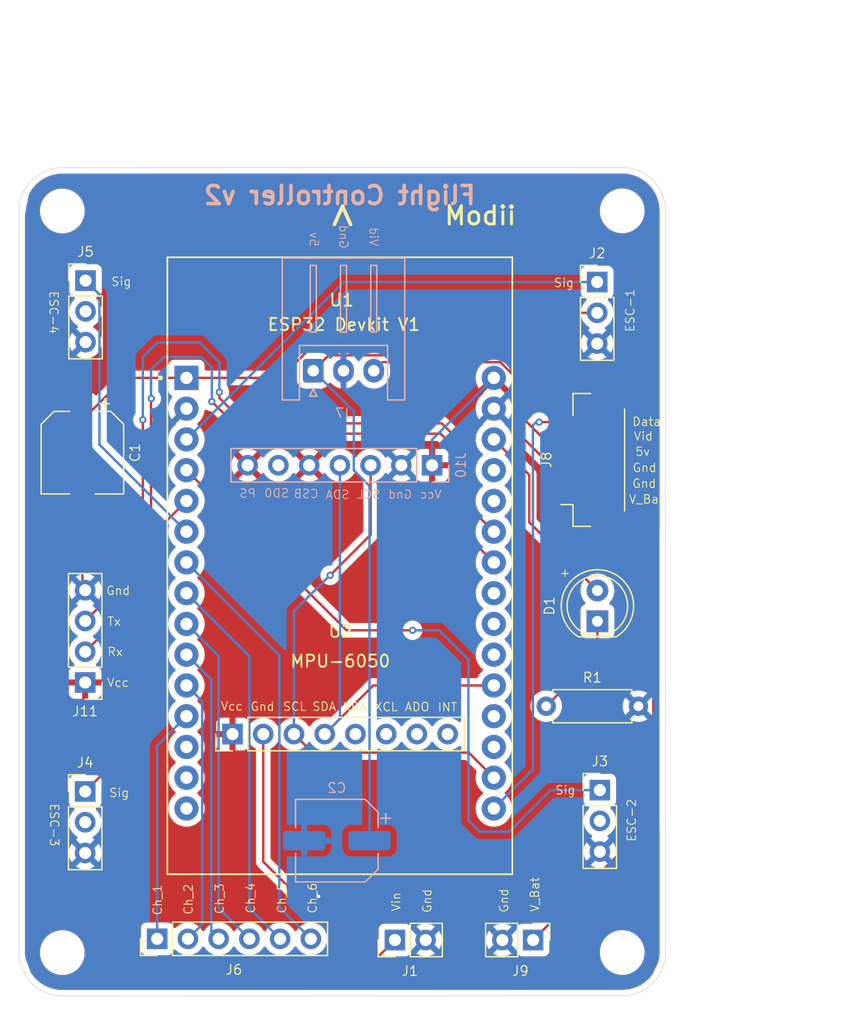
<source format=kicad_pcb>
(kicad_pcb (version 20241229) (generator "pcbnew") (generator_version "9.0")
  (title_block (title "Drone Flight Controller") (date "2025-11-25") (rev "2") (company "Brij Modi"))
  (layers (0 "F.Cu" signal) (2 "B.Cu" signal) (13 "F.Paste" user) (15 "B.Paste" user) (5 "F.SilkS" user "F.Silkscreen") (7 "B.SilkS" user "B.Silkscreen") (1 "F.Mask" user) (3 "B.Mask" user) (25 "Edge.Cuts" user))
  (net 0 "")
  (net 1 "Net-(D1-K)")
  (net 2 "/Vin")
  (net 4 "/SDA")
  (net 5 "/Gnd")
  (net 6 "/Cam_5v")
  (net 7 "/SCL")
  (net 10 "/Data")
  (net 11 "/V_Bat")
  (net 12 "/Vcc")
  (net 17 "/Video")
  (net 18 "/LED")
  (net 19 "/Ch_2")
  (net 20 "/Ch_3")
  (net 21 "/Ch_6")
  (net 22 "/Ch_4")
  (net 23 "/Ch_1")
  (net 24 "/Ch_5")
  (net 25 "/ESC_1")
  (net 26 "/ESC_2")
  (net 27 "/ESC_4")
  (net 28 "/ESC_3")
  (net 29 "/Rx_GPS")
  (net 30 "/Tx_GPS")
  (footprint "ESP32 Devkit v1:MODULE_ESP32_DEVKIT_V1" (layer "F.Cu") (at 149.63 102.71)
    (property "Reference" "U1" (at 0.12 -21.935 0) (layer "F.SilkS"))
    (property "Value" "ESP32 DEV Board")
    (fp_line (start -14.28 -25.475) (end -3.211 -25.475) (stroke (width 0.127)) (layer "F.SilkS"))
    (fp_line (start -14.28 -25.475) (end 14.23 -25.475) (stroke (width 0.127)) (layer "F.SilkS"))
    (fp_line (start -14.28 25.475) (end -14.28 -25.475) (stroke (width 0.127)) (layer "F.SilkS"))
    (fp_line (start -14.28 25.475) (end -14.28 -25.475) (stroke (width 0.127)) (layer "F.SilkS"))
    (fp_line (start -14.28 25.475) (end -8.91 25.475) (stroke (width 0.127)) (layer "F.SilkS"))
    (fp_line (start -8.91 25.475) (end 8.78 25.475) (stroke (width 0.127)) (layer "F.SilkS"))
    (fp_line (start -3.211 -25.475) (end 3.5 -25.475) (stroke (width 0.127)) (layer "F.SilkS"))
    (fp_line (start 3.5 -25.475) (end 14.23 -25.475) (stroke (width 0.127)) (layer "F.SilkS"))
    (fp_line (start 8.78 25.475) (end 14.23 25.475) (stroke (width 0.127)) (layer "F.SilkS"))
    (fp_line (start 14.23 -25.475) (end 14.23 25.475) (stroke (width 0.127)) (layer "F.SilkS"))
    (fp_line (start 14.23 -25.475) (end 14.23 25.475) (stroke (width 0.127)) (layer "F.SilkS"))
    (fp_line (start 14.23 25.475) (end -14.28 25.475) (stroke (width 0.127)) (layer "F.SilkS"))
    (fp_circle (center -14.85 -15.515) (end -14.75 -15.515) (stroke (width 0.2)) (fill no) (layer "F.SilkS"))
    (pad "1" thru_hole rect (at -12.7 -15.515) (size 2 2) (drill 1.02) (layers "*.Cu" "*.Mask") (net 2 "/Vin"))
    (pad "2" thru_hole circle (at -12.7 -12.975) (size 2 2) (drill 1.02) (layers "*.Cu" "*.Mask") (net 5 "/Gnd"))
    (pad "3" thru_hole circle (at -12.7 -10.435) (size 2 2) (drill 1.02) (layers "*.Cu" "*.Mask") (net 25 "/ESC_1"))
    (pad "4" thru_hole circle (at -12.7 -7.895) (size 2 2) (drill 1.02) (layers "*.Cu" "*.Mask") (net 26 "/ESC_2"))
    (pad "5" thru_hole circle (at -12.7 -5.355) (size 2 2) (drill 1.02) (layers "*.Cu" "*.Mask") (net 28 "/ESC_3"))
    (pad "6" thru_hole circle (at -12.7 -2.815) (size 2 2) (drill 1.02) (layers "*.Cu" "*.Mask") (net 27 "/ESC_4"))
    (pad "7" thru_hole circle (at -12.7 -0.275) (size 2 2) (drill 1.02) (layers "*.Cu" "*.Mask") (net 21 "/Ch_6"))
    (pad "8" thru_hole circle (at -12.7 2.265) (size 2 2) (drill 1.02) (layers "*.Cu" "*.Mask") (net 24 "/Ch_5"))
    (pad "9" thru_hole circle (at -12.7 4.805) (size 2 2) (drill 1.02) (layers "*.Cu" "*.Mask") (net 22 "/Ch_4"))
    (pad "10" thru_hole circle (at -12.7 7.345) (size 2 2) (drill 1.02) (layers "*.Cu" "*.Mask") (net 20 "/Ch_3"))
    (pad "11" thru_hole circle (at -12.7 9.885) (size 2 2) (drill 1.02) (layers "*.Cu" "*.Mask") (net 19 "/Ch_2"))
    (pad "12" thru_hole circle (at -12.7 12.425) (size 2 2) (drill 1.02) (layers "*.Cu" "*.Mask") (net 23 "/Ch_1"))
    (pad "13" thru_hole circle (at -12.7 14.965) (size 2 2) (drill 1.02) (layers "*.Cu" "*.Mask"))
    (pad "14" thru_hole circle (at -12.7 17.505) (size 2 2) (drill 1.02) (layers "*.Cu" "*.Mask"))
    (pad "15" thru_hole circle (at -12.7 20.045) (size 2 2) (drill 1.02) (layers "*.Cu" "*.Mask"))
    (pad "16" thru_hole circle (at 12.7 20.045) (size 2 2) (drill 1.02) (layers "*.Cu" "*.Mask") (net 10 "/Data"))
    (pad "17" thru_hole circle (at 12.7 17.505) (size 2 2) (drill 1.02) (layers "*.Cu" "*.Mask") (net 7 "/SCL"))
    (pad "18" thru_hole circle (at 12.7 14.965) (size 2 2) (drill 1.02) (layers "*.Cu" "*.Mask"))
    (pad "19" thru_hole circle (at 12.7 12.425) (size 2 2) (drill 1.02) (layers "*.Cu" "*.Mask"))
    (pad "20" thru_hole circle (at 12.7 9.885) (size 2 2) (drill 1.02) (layers "*.Cu" "*.Mask") (net 4 "/SDA"))
    (pad "21" thru_hole circle (at 12.7 7.345) (size 2 2) (drill 1.02) (layers "*.Cu" "*.Mask"))
    (pad "22" thru_hole circle (at 12.7 4.805) (size 2 2) (drill 1.02) (layers "*.Cu" "*.Mask"))
    (pad "23" thru_hole circle (at 12.7 2.265) (size 2 2) (drill 1.02) (layers "*.Cu" "*.Mask"))
    (pad "24" thru_hole circle (at 12.7 -0.275) (size 2 2) (drill 1.02) (layers "*.Cu" "*.Mask") (net 29 "/Rx_GPS"))
    (pad "25" thru_hole circle (at 12.7 -2.815) (size 2 2) (drill 1.02) (layers "*.Cu" "*.Mask") (net 30 "/Tx_GPS"))
    (pad "26" thru_hole circle (at 12.7 -5.355) (size 2 2) (drill 1.02) (layers "*.Cu" "*.Mask"))
    (pad "27" thru_hole circle (at 12.7 -7.895) (size 2 2) (drill 1.02) (layers "*.Cu" "*.Mask"))
    (pad "28" thru_hole circle (at 12.7 -10.435) (size 2 2) (drill 1.02) (layers "*.Cu" "*.Mask") (net 18 "/LED"))
    (pad "29" thru_hole circle (at 12.7 -12.975) (size 2 2) (drill 1.02) (layers "*.Cu" "*.Mask") (net 5 "/Gnd"))
    (pad "30" thru_hole circle (at 12.7 -15.515) (size 2 2) (drill 1.02) (layers "*.Cu" "*.Mask") (net 12 "/Vcc"))
  )
  (footprint "Connector_JST:JST_GH_SM06B-GHS-TB_1x06-1MP_P1.25mm_Horizontal" (layer "F.Cu") (at 170.58 93.97 90)
    (property "Reference" "J8" (at 0 -3.9 90) (layer "F.SilkS") (effects (font (size 0.8 0.8) (thickness 0.1))))
    (property "Value" "VTX")
    (fp_line (start 5.485 -1.71) (end 3.685 -1.71) (stroke (width 0.12)) (layer "F.SilkS"))
    (fp_line (start -3.685 -1.71) (end -3.685 -2.7) (stroke (width 0.12)) (layer "F.SilkS"))
    (fp_line (start -5.485 -1.71) (end -3.685 -1.71) (stroke (width 0.12)) (layer "F.SilkS"))
    (fp_line (start 5.485 -0.26) (end 5.485 -1.71) (stroke (width 0.12)) (layer "F.SilkS"))
    (fp_line (start -5.485 -0.26) (end -5.485 -1.71) (stroke (width 0.12)) (layer "F.SilkS"))
    (fp_line (start -4.215 2.56) (end 4.215 2.56) (stroke (width 0.12)) (layer "F.SilkS"))
    (pad "1" smd roundrect (at -3.125 -1.85 90) (size 0.6 1.7) (layers "F.Cu" "F.Mask" "F.Paste") (net 11 "/V_Bat"))
    (pad "2" smd roundrect (at -1.875 -1.85 90) (size 0.6 1.7) (layers "F.Cu" "F.Mask" "F.Paste") (net 5 "/Gnd"))
    (pad "3" smd roundrect (at -0.625 -1.85 90) (size 0.6 1.7) (layers "F.Cu" "F.Mask" "F.Paste") (net 5 "/Gnd"))
    (pad "4" smd roundrect (at 0.625 -1.85 90) (size 0.6 1.7) (layers "F.Cu" "F.Mask" "F.Paste") (net 6 "/Cam_5v"))
    (pad "5" smd roundrect (at 1.875 -1.85 90) (size 0.6 1.7) (layers "F.Cu" "F.Mask" "F.Paste") (net 17 "/Video"))
    (pad "6" smd roundrect (at 3.125 -1.85 90) (size 0.6 1.7) (layers "F.Cu" "F.Mask" "F.Paste") (net 10 "/Data"))
    (pad "MP" smd roundrect (at -4.975 1.35 90) (size 1 2.7) (layers "F.Cu" "F.Mask" "F.Paste"))
    (pad "MP" smd roundrect (at 4.975 1.35 90) (size 1 2.7) (layers "F.Cu" "F.Mask" "F.Paste"))
  )
  (footprint "Resistor_THT:R_Axial_DIN0207_L6.3mm_D2.5mm_P7.62mm_Horizontal" (layer "F.Cu") (at 166.66 114.31)
    (property "Reference" "R1" (at 3.81 -2.37 0) (layer "F.SilkS") (effects (font (size 0.8 0.8) (thickness 0.1))))
    (property "Value" "220 / 330")
    (fp_line (start 0.54 -1.37) (end 7.08 -1.37) (stroke (width 0.12)) (layer "F.SilkS"))
    (fp_line (start 0.54 -1.04) (end 0.54 -1.37) (stroke (width 0.12)) (layer "F.SilkS"))
    (fp_line (start 0.54 1.04) (end 0.54 1.37) (stroke (width 0.12)) (layer "F.SilkS"))
    (fp_line (start 0.54 1.37) (end 7.08 1.37) (stroke (width 0.12)) (layer "F.SilkS"))
    (fp_line (start 7.08 -1.37) (end 7.08 -1.04) (stroke (width 0.12)) (layer "F.SilkS"))
    (fp_line (start 7.08 1.37) (end 7.08 1.04) (stroke (width 0.12)) (layer "F.SilkS"))
    (pad "1" thru_hole circle (at 0 0) (size 1.6 1.6) (drill 0.8) (layers "*.Cu" "*.Mask") (net 1 "Net-(D1-K)"))
    (pad "2" thru_hole circle (at 7.62 0) (size 1.6 1.6) (drill 0.8) (layers "*.Cu" "*.Mask") (net 5 "/Gnd"))
  )
  (footprint "LED_THT:LED_D5.0mm" (layer "F.Cu") (at 170.89 107.295 90)
    (property "Reference" "D1" (at 1.27 -3.96 90) (layer "F.SilkS") (effects (font (size 0.8 0.8) (thickness 0.1))))
    (property "Value" "LED")
    (fp_line (start -1.29 -1.545) (end -1.29 1.545) (stroke (width 0.12)) (layer "F.SilkS"))
    (fp_arc (start -1.29 -1.54483) (mid 2.071779 -2.880495) (end 4.26 0) (stroke (width 0.12)) (layer "F.SilkS"))
    (fp_arc (start 4.26 0) (mid 2.071779 2.880495) (end -1.29 1.54483) (stroke (width 0.12)) (layer "F.SilkS"))
    (fp_circle (center 1.27 0) (end 3.77 0) (stroke (width 0.12)) (fill no) (layer "F.SilkS"))
    (pad "1" thru_hole rect (at 0 0 90) (size 1.8 1.8) (drill 0.9) (layers "*.Cu" "*.Mask") (net 1 "Net-(D1-K)"))
    (pad "2" thru_hole circle (at 2.54 0 90) (size 1.8 1.8) (drill 0.9) (layers "*.Cu" "*.Mask") (net 18 "/LED"))
  )
  (footprint "Connector_PinHeader_2.54mm:PinHeader_1x04_P2.54mm_Vertical" (layer "F.Cu") (at 128.56 112.35 180)
    (property "Reference" "J11" (at 0 -2.38 0) (layer "F.SilkS") (effects (font (size 0.8 0.8) (thickness 0.1))))
    (property "Value" "GPS / Compass")
    (fp_line (start 1.38 1.27) (end 1.38 9) (stroke (width 0.12)) (layer "F.SilkS"))
    (fp_line (start -1.38 9) (end 1.38 9) (stroke (width 0.12)) (layer "F.SilkS"))
    (fp_line (start -1.38 1.27) (end 1.38 1.27) (stroke (width 0.12)) (layer "F.SilkS"))
    (fp_line (start -1.38 1.27) (end -1.38 9) (stroke (width 0.12)) (layer "F.SilkS"))
    (fp_line (start -1.38 0) (end -1.38 -1.38) (stroke (width 0.12)) (layer "F.SilkS"))
    (fp_line (start -1.38 -1.38) (end 0 -1.38) (stroke (width 0.12)) (layer "F.SilkS"))
    (pad "1" thru_hole rect (at 0 0 180) (size 1.7 1.7) (drill 1) (layers "*.Cu" "*.Mask") (net 12 "/Vcc"))
    (pad "2" thru_hole circle (at 0 2.54 180) (size 1.7 1.7) (drill 1) (layers "*.Cu" "*.Mask") (net 29 "/Rx_GPS"))
    (pad "3" thru_hole circle (at 0 5.08 180) (size 1.7 1.7) (drill 1) (layers "*.Cu" "*.Mask") (net 30 "/Tx_GPS"))
    (pad "4" thru_hole circle (at 0 7.62 180) (size 1.7 1.7) (drill 1) (layers "*.Cu" "*.Mask") (net 5 "/Gnd"))
  )
  (footprint "Connector_PinHeader_2.54mm:PinHeader_1x03_P2.54mm_Vertical" (layer "F.Cu") (at 128.59 79.16)
    (property "Reference" "J5" (at 0 -2.38 0) (layer "F.SilkS") (effects (font (size 0.8 0.8) (thickness 0.1))))
    (property "Value" "ESC4")
    (fp_line (start -1.38 -1.38) (end 0 -1.38) (stroke (width 0.12)) (layer "F.SilkS"))
    (fp_line (start -1.38 0) (end -1.38 -1.38) (stroke (width 0.12)) (layer "F.SilkS"))
    (fp_line (start -1.38 1.27) (end -1.38 6.46) (stroke (width 0.12)) (layer "F.SilkS"))
    (fp_line (start -1.38 1.27) (end 1.38 1.27) (stroke (width 0.12)) (layer "F.SilkS"))
    (fp_line (start -1.38 6.46) (end 1.38 6.46) (stroke (width 0.12)) (layer "F.SilkS"))
    (fp_line (start 1.38 1.27) (end 1.38 6.46) (stroke (width 0.12)) (layer "F.SilkS"))
    (pad "1" thru_hole rect (at 0 0) (size 1.7 1.7) (drill 1) (layers "*.Cu" "*.Mask") (net 27 "/ESC_4"))
    (pad "2" thru_hole circle (at 0 2.54) (size 1.7 1.7) (drill 1) (layers "*.Cu" "*.Mask"))
    (pad "3" thru_hole circle (at 0 5.08) (size 1.7 1.7) (drill 1) (layers "*.Cu" "*.Mask") (net 5 "/Gnd"))
  )
  (footprint "Connector_PinHeader_2.54mm:PinHeader_1x03_P2.54mm_Vertical" (layer "F.Cu") (at 128.56 121.35)
    (property "Reference" "J4" (at 0 -2.38 0) (layer "F.SilkS") (effects (font (size 0.8 0.8) (thickness 0.1) (bold yes))))
    (property "Value" "ESC3")
    (fp_line (start -1.38 -1.38) (end 0 -1.38) (stroke (width 0.12)) (layer "F.SilkS"))
    (fp_line (start -1.38 0) (end -1.38 -1.38) (stroke (width 0.12)) (layer "F.SilkS"))
    (fp_line (start -1.38 1.27) (end -1.38 6.46) (stroke (width 0.12)) (layer "F.SilkS"))
    (fp_line (start -1.38 1.27) (end 1.38 1.27) (stroke (width 0.12)) (layer "F.SilkS"))
    (fp_line (start -1.38 6.46) (end 1.38 6.46) (stroke (width 0.12)) (layer "F.SilkS"))
    (fp_line (start 1.38 1.27) (end 1.38 6.46) (stroke (width 0.12)) (layer "F.SilkS"))
    (pad "1" thru_hole rect (at 0 0) (size 1.7 1.7) (drill 1) (layers "*.Cu" "*.Mask") (net 28 "/ESC_3"))
    (pad "2" thru_hole circle (at 0 2.54) (size 1.7 1.7) (drill 1) (layers "*.Cu" "*.Mask"))
    (pad "3" thru_hole circle (at 0 5.08) (size 1.7 1.7) (drill 1) (layers "*.Cu" "*.Mask") (net 5 "/Gnd"))
  )
  (footprint "MountingHole:MountingHole_3.2mm_M3" (layer "F.Cu") (at 126.669987 134.659999)
    (property "Reference" "H2" (hide yes))
    (property "Value" "MountingHole")
    (pad "" np_thru_hole circle (at 0 0) (size 3.2 3.2) (drill 3.2) (layers "*.Cu" "*.Mask"))
  )
  (footprint "Connector_PinHeader_2.54mm:PinHeader_1x08_P2.54mm_Vertical" (layer "F.Cu") (at 140.735 116.61 90)
    (property "Reference" "U2" (at 8.485 8.94 180) (layer "F.SilkS"))
    (property "Value" "MPU-6050")
    (fp_line (start -1.38 -1.38) (end 0 -1.38) (stroke (width 0.12)) (layer "F.SilkS"))
    (fp_line (start -1.38 0) (end -1.38 -1.38) (stroke (width 0.12)) (layer "F.SilkS"))
    (fp_line (start 1.38 1.27) (end 1.38 19.16) (stroke (width 0.12)) (layer "F.SilkS"))
    (fp_line (start -1.38 1.27) (end 1.38 1.27) (stroke (width 0.12)) (layer "F.SilkS"))
    (fp_line (start -1.38 1.27) (end -1.38 19.16) (stroke (width 0.12)) (layer "F.SilkS"))
    (fp_line (start -1.38 19.16) (end 1.38 19.16) (stroke (width 0.12)) (layer "F.SilkS"))
    (pad "1" thru_hole rect (at 0 0 90) (size 1.7 1.7) (drill 1) (layers "*.Cu" "*.Mask") (net 12 "/Vcc"))
    (pad "2" thru_hole circle (at 0 2.54 90) (size 1.7 1.7) (drill 1) (layers "*.Cu" "*.Mask") (net 5 "/Gnd"))
    (pad "3" thru_hole circle (at 0 5.08 90) (size 1.7 1.7) (drill 1) (layers "*.Cu" "*.Mask") (net 7 "/SCL"))
    (pad "4" thru_hole circle (at 0 7.62 90) (size 1.7 1.7) (drill 1) (layers "*.Cu" "*.Mask") (net 4 "/SDA"))
    (pad "5" thru_hole circle (at 0 10.16 90) (size 1.7 1.7) (drill 1) (layers "*.Cu" "*.Mask"))
    (pad "6" thru_hole circle (at 0 12.7 90) (size 1.7 1.7) (drill 1) (layers "*.Cu" "*.Mask"))
    (pad "7" thru_hole circle (at 0 15.24 90) (size 1.7 1.7) (drill 1) (layers "*.Cu" "*.Mask"))
    (pad "8" thru_hole circle (at 0 17.78 90) (size 1.7 1.7) (drill 1) (layers "*.Cu" "*.Mask"))
  )
  (footprint "MountingHole:MountingHole_3.2mm_M3" (layer "F.Cu") (at 126.67 73.41)
    (property "Reference" "H4" (hide yes))
    (property "Value" "MountingHole")
    (pad "" np_thru_hole circle (at 0 0) (size 3.2 3.2) (drill 3.2) (layers "*.Cu" "*.Mask"))
  )
  (footprint "Capacitor_SMD:CP_Elec_6.3x7.7" (layer "F.Cu") (at 128.33 93.37 -90)
    (property "Reference" "C1" (at 0 -4.35 90) (layer "F.SilkS") (effects (font (size 0.8 0.8) (thickness 0.1))))
    (property "Value" "470uf, 25v")
    (fp_line (start -2.345563 3.41) (end 3.41 3.41) (stroke (width 0.12)) (layer "F.SilkS"))
    (fp_line (start 3.41 3.41) (end 3.41 1.06) (stroke (width 0.12)) (layer "F.SilkS"))
    (fp_line (start -3.41 2.345563) (end -2.345563 3.41) (stroke (width 0.12)) (layer "F.SilkS"))
    (fp_line (start -3.41 2.345563) (end -3.41 1.06) (stroke (width 0.12)) (layer "F.SilkS"))
    (fp_line (start -4.4375 -1.8475) (end -3.65 -1.8475) (stroke (width 0.12)) (layer "F.SilkS"))
    (fp_line (start -4.04375 -2.24125) (end -4.04375 -1.45375) (stroke (width 0.12)) (layer "F.SilkS"))
    (fp_line (start -3.41 -2.345563) (end -3.41 -1.06) (stroke (width 0.12)) (layer "F.SilkS"))
    (fp_line (start -3.41 -2.345563) (end -2.345563 -3.41) (stroke (width 0.12)) (layer "F.SilkS"))
    (fp_line (start -2.345563 -3.41) (end 3.41 -3.41) (stroke (width 0.12)) (layer "F.SilkS"))
    (fp_line (start 3.41 -3.41) (end 3.41 -1.06) (stroke (width 0.12)) (layer "F.SilkS"))
    (pad "1" smd roundrect (at -2.7 0 270) (size 3.5 1.6) (layers "F.Cu" "F.Mask" "F.Paste") (roundrect_rratio 0.15625) (net 2 "/Vin"))
    (pad "2" smd roundrect (at 2.7 0 270) (size 3.5 1.6) (layers "F.Cu" "F.Mask" "F.Paste") (roundrect_rratio 0.15625) (net 5 "/Gnd"))
  )
  (footprint "MountingHole:MountingHole_3.2mm_M3" (layer "F.Cu") (at 172.939999 73.400002)
    (property "Reference" "H1" (hide yes))
    (property "Value" "MountingHole")
    (pad "" np_thru_hole circle (at 0 0) (size 3.2 3.2) (drill 3.2) (layers "*.Cu" "*.Mask"))
  )
  (footprint "Connector_PinHeader_2.54mm:PinHeader_1x02_P2.54mm_Vertical" (layer "F.Cu") (at 154.155 133.62 90)
    (property "Reference" "J1" (at -2.555 1.245 180) (layer "F.SilkS") (effects (font (size 0.8 0.8) (thickness 0.1))))
    (property "Value" "Receiver Power")
    (fp_line (start -1.38 -1.38) (end 0 -1.38) (stroke (width 0.12)) (layer "F.SilkS"))
    (fp_line (start -1.38 0) (end -1.38 -1.38) (stroke (width 0.12)) (layer "F.SilkS"))
    (fp_line (start 1.38 1.27) (end 1.38 3.92) (stroke (width 0.12)) (layer "F.SilkS"))
    (fp_line (start -1.38 1.27) (end 1.38 1.27) (stroke (width 0.12)) (layer "F.SilkS"))
    (fp_line (start -1.38 1.27) (end -1.38 3.92) (stroke (width 0.12)) (layer "F.SilkS"))
    (fp_line (start -1.38 3.92) (end 1.38 3.92) (stroke (width 0.12)) (layer "F.SilkS"))
    (pad "1" thru_hole rect (at 0 0 90) (size 1.7 1.7) (drill 1) (layers "*.Cu" "*.Mask") (net 2 "/Vin"))
    (pad "2" thru_hole circle (at 0 2.54 90) (size 1.7 1.7) (drill 1) (layers "*.Cu" "*.Mask") (net 5 "/Gnd"))
  )
  (footprint "MountingHole:MountingHole_3.2mm_M3" (layer "F.Cu") (at 172.939999 134.650013)
    (property "Reference" "H3" (hide yes))
    (property "Value" "MountingHole")
    (pad "" np_thru_hole circle (at 0 0) (size 3.2 3.2) (drill 3.2) (layers "*.Cu" "*.Mask"))
  )
  (footprint "Connector_PinHeader_2.54mm:PinHeader_1x03_P2.54mm_Vertical" (layer "F.Cu") (at 171.09 121.24)
    (property "Reference" "J3" (at 0 -2.38 0) (layer "F.SilkS") (effects (font (size 0.8 0.8) (thickness 0.1))))
    (property "Value" "ESC2")
    (fp_line (start -1.38 -1.38) (end 0 -1.38) (stroke (width 0.12)) (layer "F.SilkS"))
    (fp_line (start -1.38 0) (end -1.38 -1.38) (stroke (width 0.12)) (layer "F.SilkS"))
    (fp_line (start -1.38 1.27) (end -1.38 6.46) (stroke (width 0.12)) (layer "F.SilkS"))
    (fp_line (start -1.38 1.27) (end 1.38 1.27) (stroke (width 0.12)) (layer "F.SilkS"))
    (fp_line (start -1.38 6.46) (end 1.38 6.46) (stroke (width 0.12)) (layer "F.SilkS"))
    (fp_line (start 1.38 1.27) (end 1.38 6.46) (stroke (width 0.12)) (layer "F.SilkS"))
    (pad "1" thru_hole rect (at 0 0) (size 1.7 1.7) (drill 1) (layers "*.Cu" "*.Mask") (net 26 "/ESC_2"))
    (pad "2" thru_hole circle (at 0 2.54) (size 1.7 1.7) (drill 1) (layers "*.Cu" "*.Mask"))
    (pad "3" thru_hole circle (at 0 5.08) (size 1.7 1.7) (drill 1) (layers "*.Cu" "*.Mask") (net 5 "/Gnd"))
  )
  (footprint "Connector_PinHeader_2.54mm:PinHeader_1x02_P2.54mm_Vertical" (layer "F.Cu") (at 165.575 133.62 -90)
    (property "Reference" "J9" (at 2.555 1.05 180) (layer "F.SilkS") (effects (font (size 0.8 0.8) (thickness 0.1))))
    (property "Value" "Batt")
    (fp_line (start -1.38 3.92) (end 1.38 3.92) (stroke (width 0.12)) (layer "F.SilkS"))
    (fp_line (start -1.38 1.27) (end -1.38 3.92) (stroke (width 0.12)) (layer "F.SilkS"))
    (fp_line (start -1.38 1.27) (end 1.38 1.27) (stroke (width 0.12)) (layer "F.SilkS"))
    (fp_line (start 1.38 1.27) (end 1.38 3.92) (stroke (width 0.12)) (layer "F.SilkS"))
    (fp_line (start -1.38 0) (end -1.38 -1.38) (stroke (width 0.12)) (layer "F.SilkS"))
    (fp_line (start -1.38 -1.38) (end 0 -1.38) (stroke (width 0.12)) (layer "F.SilkS"))
    (pad "1" thru_hole rect (at 0 0 270) (size 1.7 1.7) (drill 1) (layers "*.Cu" "*.Mask") (net 11 "/V_Bat"))
    (pad "2" thru_hole circle (at 0 2.54 270) (size 1.7 1.7) (drill 1) (layers "*.Cu" "*.Mask") (net 5 "/Gnd"))
  )
  (footprint "Connector_PinHeader_2.54mm:PinHeader_1x03_P2.54mm_Vertical" (layer "F.Cu") (at 170.87 79.28)
    (property "Reference" "J2" (at 0 -2.38 0) (layer "F.SilkS") (effects (font (size 0.8 0.8) (thickness 0.1))))
    (property "Value" "ESC1")
    (fp_line (start -1.38 -1.38) (end 0 -1.38) (stroke (width 0.12)) (layer "F.SilkS"))
    (fp_line (start -1.38 0) (end -1.38 -1.38) (stroke (width 0.12)) (layer "F.SilkS"))
    (fp_line (start -1.38 1.27) (end -1.38 6.46) (stroke (width 0.12)) (layer "F.SilkS"))
    (fp_line (start -1.38 1.27) (end 1.38 1.27) (stroke (width 0.12)) (layer "F.SilkS"))
    (fp_line (start -1.38 6.46) (end 1.38 6.46) (stroke (width 0.12)) (layer "F.SilkS"))
    (fp_line (start 1.38 1.27) (end 1.38 6.46) (stroke (width 0.12)) (layer "F.SilkS"))
    (pad "1" thru_hole rect (at 0 0) (size 1.7 1.7) (drill 1) (layers "*.Cu" "*.Mask") (net 25 "/ESC_1"))
    (pad "2" thru_hole circle (at 0 2.54) (size 1.7 1.7) (drill 1) (layers "*.Cu" "*.Mask") (net 2 "/Vin"))
    (pad "3" thru_hole circle (at 0 5.08) (size 1.7 1.7) (drill 1) (layers "*.Cu" "*.Mask") (net 5 "/Gnd"))
  )
  (footprint "Connector_PinHeader_2.54mm:PinHeader_1x06_P2.54mm_Vertical" (layer "F.Cu") (at 134.51 133.52 90)
    (property "Reference" "J6" (at -2.555 6.34 180) (layer "F.SilkS") (effects (font (size 0.8 0.8) (thickness 0.1))))
    (property "Value" "Receiver Channels")
    (fp_line (start -1.38 -1.38) (end 0 -1.38) (stroke (width 0.12)) (layer "F.SilkS"))
    (fp_line (start -1.38 0) (end -1.38 -1.38) (stroke (width 0.12)) (layer "F.SilkS"))
    (fp_line (start 1.38 1.27) (end 1.38 14.08) (stroke (width 0.12)) (layer "F.SilkS"))
    (fp_line (start -1.38 1.27) (end 1.38 1.27) (stroke (width 0.12)) (layer "F.SilkS"))
    (fp_line (start -1.38 1.27) (end -1.38 14.08) (stroke (width 0.12)) (layer "F.SilkS"))
    (fp_line (start -1.38 14.08) (end 1.38 14.08) (stroke (width 0.12)) (layer "F.SilkS"))
    (pad "1" thru_hole rect (at 0 0 90) (size 1.7 1.7) (drill 1) (layers "*.Cu" "*.Mask") (net 23 "/Ch_1"))
    (pad "2" thru_hole circle (at 0 2.54 90) (size 1.7 1.7) (drill 1) (layers "*.Cu" "*.Mask") (net 19 "/Ch_2"))
    (pad "3" thru_hole circle (at 0 5.08 90) (size 1.7 1.7) (drill 1) (layers "*.Cu" "*.Mask") (net 20 "/Ch_3"))
    (pad "4" thru_hole circle (at 0 7.62 90) (size 1.7 1.7) (drill 1) (layers "*.Cu" "*.Mask") (net 22 "/Ch_4"))
    (pad "5" thru_hole circle (at 0 10.16 90) (size 1.7 1.7) (drill 1) (layers "*.Cu" "*.Mask") (net 24 "/Ch_5"))
    (pad "6" thru_hole circle (at 0 12.7 90) (size 1.7 1.7) (drill 1) (layers "*.Cu" "*.Mask") (net 21 "/Ch_6"))
  )
  (footprint "Connector_PinHeader_2.54mm:PinHeader_1x07_P2.54mm_Vertical" (layer "B.Cu") (at 157.2275 94.41 90)
    (property "Reference" "J10" (at 0 2.38 90) (layer "B.SilkS") (effects (font (size 0.8 0.8) (thickness 0.1)) (justify mirror)))
    (property "Value" "Pressure Sensor")
    (fp_line (start -1.38 -16.62) (end 1.38 -16.62) (stroke (width 0.12)) (layer "B.SilkS"))
    (fp_line (start 1.38 -1.27) (end 1.38 -16.62) (stroke (width 0.12)) (layer "B.SilkS"))
    (fp_line (start -1.38 -1.27) (end -1.38 -16.62) (stroke (width 0.12)) (layer "B.SilkS"))
    (fp_line (start -1.38 -1.27) (end 1.38 -1.27) (stroke (width 0.12)) (layer "B.SilkS"))
    (fp_line (start -1.38 0) (end -1.38 1.38) (stroke (width 0.12)) (layer "B.SilkS"))
    (fp_line (start -1.38 1.38) (end 0 1.38) (stroke (width 0.12)) (layer "B.SilkS"))
    (pad "1" thru_hole rect (at 0 0 90) (size 1.7 1.7) (drill 1) (layers "*.Cu" "*.Mask") (net 12 "/Vcc"))
    (pad "2" thru_hole circle (at 0 -2.54 90) (size 1.7 1.7) (drill 1) (layers "*.Cu" "*.Mask") (net 5 "/Gnd"))
    (pad "3" thru_hole circle (at 0 -5.08 90) (size 1.7 1.7) (drill 1) (layers "*.Cu" "*.Mask") (net 7 "/SCL"))
    (pad "4" thru_hole circle (at 0 -7.62 90) (size 1.7 1.7) (drill 1) (layers "*.Cu" "*.Mask") (net 4 "/SDA"))
    (pad "5" thru_hole circle (at 0 -10.16 90) (size 1.7 1.7) (drill 1) (layers "*.Cu" "*.Mask") (net 12 "/Vcc"))
    (pad "6" thru_hole circle (at 0 -12.7 90) (size 1.7 1.7) (drill 1) (layers "*.Cu" "*.Mask"))
    (pad "7" thru_hole circle (at 0 -15.24 90) (size 1.7 1.7) (drill 1) (layers "*.Cu" "*.Mask") (net 12 "/Vcc"))
  )
  (footprint "Connector_JST:JST_XH_S3B-XH-A_1x03_P2.50mm_Horizontal" (layer "B.Cu") (at 147.4075 86.605)
    (property "Reference" "J7" (at 2.5 3.51 0) (layer "B.SilkS") (effects (font (size 0.8 0.8) (thickness 0.1)) (justify mirror)))
    (property "Value" "Camera")
    (fp_line (start -2.56 -9.31) (end -2.56 2.41) (stroke (width 0.12)) (layer "B.SilkS"))
    (fp_line (start -2.56 2.41) (end -1.14 2.41) (stroke (width 0.12)) (layer "B.SilkS"))
    (fp_line (start -1.14 -2.09) (end 2.5 -2.09) (stroke (width 0.12)) (layer "B.SilkS"))
    (fp_line (start -1.14 2.41) (end -1.14 -2.09) (stroke (width 0.12)) (layer "B.SilkS"))
    (fp_line (start -0.3 2.1) (end 0.3 2.1) (stroke (width 0.12)) (layer "B.SilkS"))
    (fp_line (start -0.25 -8.7) (end 0.25 -8.7) (stroke (width 0.12)) (layer "B.SilkS"))
    (fp_line (start -0.25 -3.2) (end -0.25 -8.7) (stroke (width 0.12)) (layer "B.SilkS"))
    (fp_line (start 0 1.5) (end -0.3 2.1) (stroke (width 0.12)) (layer "B.SilkS"))
    (fp_line (start 0.25 -8.7) (end 0.25 -3.2) (stroke (width 0.12)) (layer "B.SilkS"))
    (fp_line (start 0.25 -3.2) (end -0.25 -3.2) (stroke (width 0.12)) (layer "B.SilkS"))
    (fp_line (start 0.3 2.1) (end 0 1.5) (stroke (width 0.12)) (layer "B.SilkS"))
    (fp_line (start 2.25 -8.7) (end 2.75 -8.7) (stroke (width 0.12)) (layer "B.SilkS"))
    (fp_line (start 2.25 -3.2) (end 2.25 -8.7) (stroke (width 0.12)) (layer "B.SilkS"))
    (fp_line (start 2.5 -9.31) (end -2.56 -9.31) (stroke (width 0.12)) (layer "B.SilkS"))
    (fp_line (start 2.5 -9.31) (end 7.56 -9.31) (stroke (width 0.12)) (layer "B.SilkS"))
    (fp_line (start 2.75 -8.7) (end 2.75 -3.2) (stroke (width 0.12)) (layer "B.SilkS"))
    (fp_line (start 2.75 -3.2) (end 2.25 -3.2) (stroke (width 0.12)) (layer "B.SilkS"))
    (fp_line (start 4.75 -8.7) (end 5.25 -8.7) (stroke (width 0.12)) (layer "B.SilkS"))
    (fp_line (start 4.75 -3.2) (end 4.75 -8.7) (stroke (width 0.12)) (layer "B.SilkS"))
    (fp_line (start 5.25 -8.7) (end 5.25 -3.2) (stroke (width 0.12)) (layer "B.SilkS"))
    (fp_line (start 5.25 -3.2) (end 4.75 -3.2) (stroke (width 0.12)) (layer "B.SilkS"))
    (fp_line (start 6.14 -2.09) (end 2.5 -2.09) (stroke (width 0.12)) (layer "B.SilkS"))
    (fp_line (start 6.14 2.41) (end 6.14 -2.09) (stroke (width 0.12)) (layer "B.SilkS"))
    (fp_line (start 7.56 -9.31) (end 7.56 2.41) (stroke (width 0.12)) (layer "B.SilkS"))
    (fp_line (start 7.56 2.41) (end 6.14 2.41) (stroke (width 0.12)) (layer "B.SilkS"))
    (pad "1" thru_hole roundrect (at 0 0) (size 1.7 1.95) (drill 0.95) (layers "*.Cu" "*.Mask") (roundrect_rratio 0.147059) (net 6 "/Cam_5v"))
    (pad "2" thru_hole oval (at 2.5 0) (size 1.7 1.95) (drill 0.95) (layers "*.Cu" "*.Mask") (net 5 "/Gnd"))
    (pad "3" thru_hole oval (at 5 0) (size 1.7 1.95) (drill 0.95) (layers "*.Cu" "*.Mask") (net 17 "/Video"))
  )
  (footprint "Capacitor_SMD:CP_Elec_6.3x7.7" (layer "B.Cu") (at 149.3575 125.41 180)
    (property "Reference" "C2" (at 0 4.35 0) (layer "B.SilkS") (effects (font (size 0.8 0.8) (thickness 0.1)) (justify mirror)))
    (property "Value" "470uf, 25v")
    (fp_line (start 3.41 3.41) (end 3.41 1.06) (stroke (width 0.12)) (layer "B.SilkS"))
    (fp_line (start 3.41 -3.41) (end 3.41 -1.06) (stroke (width 0.12)) (layer "B.SilkS"))
    (fp_line (start -2.345563 3.41) (end 3.41 3.41) (stroke (width 0.12)) (layer "B.SilkS"))
    (fp_line (start -2.345563 -3.41) (end 3.41 -3.41) (stroke (width 0.12)) (layer "B.SilkS"))
    (fp_line (start -3.41 2.345563) (end -2.345563 3.41) (stroke (width 0.12)) (layer "B.SilkS"))
    (fp_line (start -3.41 2.345563) (end -3.41 1.06) (stroke (width 0.12)) (layer "B.SilkS"))
    (fp_line (start -3.41 -2.345563) (end -2.345563 -3.41) (stroke (width 0.12)) (layer "B.SilkS"))
    (fp_line (start -3.41 -2.345563) (end -3.41 -1.06) (stroke (width 0.12)) (layer "B.SilkS"))
    (fp_line (start -4.04375 2.24125) (end -4.04375 1.45375) (stroke (width 0.12)) (layer "B.SilkS"))
    (fp_line (start -4.4375 1.8475) (end -3.65 1.8475) (stroke (width 0.12)) (layer "B.SilkS"))
    (pad "1" smd roundrect (at -2.7 0 180) (size 3.5 1.6) (layers "B.Cu" "B.Mask" "B.Paste") (roundrect_rratio 0.15625) (net 6 "/Cam_5v"))
    (pad "2" smd roundrect (at 2.7 0 180) (size 3.5 1.6) (layers "B.Cu" "B.Mask" "B.Paste") (roundrect_rratio 0.15625) (net 5 "/Gnd"))
  )
  (gr_line (start 126.659989 69.829295) (end 172.94 69.82) (stroke (width 0.05)) (layer "Edge.Cuts"))
  (gr_arc (start 176.52 134.650014) (mid 175.474975 137.177918) (end 172.95 138.23) (stroke (width 0.05)) (layer "Edge.Cuts"))
  (gr_line (start 123.09 73.41) (end 123.09 134.67) (stroke (width 0.05)) (layer "Edge.Cuts"))
  (gr_arc (start 123.09 73.41) (mid 124.135025 70.882096) (end 126.66 69.830014) (stroke (width 0.05)) (layer "Edge.Cuts"))
  (gr_line (start 176.519986 73.389989) (end 176.52 134.650014) (stroke (width 0.05)) (layer "Edge.Cuts"))
  (gr_arc (start 126.669986 138.24) (mid 124.142082 137.194975) (end 123.09 134.67) (stroke (width 0.05)) (layer "Edge.Cuts"))
  (gr_arc (start 172.94 69.82) (mid 175.467835 70.864956) (end 176.519986 73.389805) (stroke (width 0.05)) (layer "Edge.Cuts"))
  (gr_line (start 172.95 138.23) (end 126.67 138.24) (stroke (width 0.05)) (layer "Edge.Cuts"))
  (gr_text "Gnd" (at 163.575 131.4 90) (layer "F.SilkS") (effects (font (size 0.7 0.7) (thickness 0.08)) (justify left bottom)))
  (gr_text "+" (at 167.725 103.7 0) (layer "F.SilkS") (effects (font (size 0.7 0.7) (thickness 0.08)) (justify left bottom)))
  (gr_text "Sig" (at 130.675 79.65 0) (layer "F.SilkS") (effects (font (size 0.7 0.7) (thickness 0.08)) (justify left bottom)))
  (gr_text "Gnd" (at 142.175 114.75 0) (layer "F.SilkS") (effects (font (size 0.7 0.7) (thickness 0.08)) (justify left bottom)))
  (gr_text "Sig" (at 167.375 121.65 0) (layer "F.SilkS") (effects (font (size 0.7 0.7) (thickness 0.08)) (justify left bottom)))
  (gr_text "V_Bat" (at 166.125 131.35 90) (layer "F.SilkS") (effects (font (size 0.7 0.7) (thickness 0.08)) (justify left bottom)))
  (gr_text "ESC-2" (at 174.125 125.55 90) (layer "F.SilkS") (effects (font (size 0.7 0.7) (thickness 0.08)) (justify left bottom)))
  (gr_text "Ch_2" (at 137.5 131.575 90) (layer "F.SilkS") (effects (font (size 0.7 0.7) (thickness 0.08)) (justify left bottom)))
  (gr_text "Sig" (at 167.25 79.75 0) (layer "F.SilkS") (effects (font (size 0.7 0.7) (thickness 0.08)) (justify left bottom)))
  (gr_text "ADO" (at 154.925 114.775 0) (layer "F.SilkS") (effects (font (size 0.7 0.7) (thickness 0.08)) (justify left bottom)))
  (gr_text "Vcc" (at 139.725 114.725 0) (layer "F.SilkS") (effects (font (size 0.7 0.7) (thickness 0.08)) (justify left bottom)))
  (gr_text "INT" (at 157.65 114.8 0) (layer "F.SilkS") (effects (font (size 0.7 0.7) (thickness 0.08)) (justify left bottom)))
  (gr_text "Gnd" (at 157.225 131.425 90) (layer "F.SilkS") (effects (font (size 0.7 0.7) (thickness 0.08)) (justify left bottom)))
  (gr_text "Tx" (at 130.35 107.725 0) (layer "F.SilkS") (effects (font (size 0.7 0.7) (thickness 0.08)) (justify left bottom)))
  (gr_text "SDA" (at 147.275 114.75 0) (layer "F.SilkS") (effects (font (size 0.7 0.7) (thickness 0.08)) (justify left bottom)))
  (gr_text "Modii" (at 158.125 74.675 0) (layer "F.SilkS") (effects (font (size 1.5 1.5) (thickness 0.25) (bold yes)) (justify left bottom)))
  (gr_text "ESC-3" (at 125.6 122.3 270) (layer "F.SilkS") (effects (font (size 0.7 0.7) (thickness 0.08)) (justify left bottom)))
  (gr_text "Gnd" (at 173.725 96.325 0) (layer "F.SilkS") (effects (font (size 0.7 0.7) (thickness 0.08)) (justify left bottom)))
  (gr_text "Ch_4\n" (at 142.65 131.475 90) (layer "F.SilkS") (effects (font (size 0.7 0.7) (thickness 0.08)) (justify left bottom)))
  (gr_text "Ch_3\n" (at 140.075 131.525 90) (layer "F.SilkS") (effects (font (size 0.7 0.7) (thickness 0.08)) (justify left bottom)))
  (gr_text "SCL" (at 144.85 114.75 0) (layer "F.SilkS") (effects (font (size 0.7 0.7) (thickness 0.08)) (justify left bottom)))
  (gr_text "V_Bat" (at 173.45 97.625 0) (layer "F.SilkS") (effects (font (size 0.7 0.7) (thickness 0.08)) (justify left bottom)))
  (gr_text "Ch_6" (at 147.75 131.475 90) (layer "F.SilkS") (effects (font (size 0.7 0.7) (thickness 0.08)) (justify left bottom)))
  (gr_text "Vid\n" (at 173.85 92.425 0) (layer "F.SilkS") (effects (font (size 0.7 0.7) (thickness 0.08)) (justify left bottom)))
  (gr_text "Vin" (at 154.675 131.3 90) (layer "F.SilkS") (effects (font (size 0.7 0.7) (thickness 0.08)) (justify left bottom)))
  (gr_text "ESC-1" (at 174 83.45 90) (layer "F.SilkS") (effects (font (size 0.7 0.7) (thickness 0.08)) (justify left bottom)))
  (gr_text "Gnd" (at 130.25 105.175 0) (layer "F.SilkS") (effects (font (size 0.7 0.7) (thickness 0.08)) (justify left bottom)))
  (gr_text "ESC-4\n" (at 125.55 79.975 270) (layer "F.SilkS") (effects (font (size 0.7 0.7) (thickness 0.08)) (justify left bottom)))
  (gr_text "Data" (at 173.725 91.225 0) (layer "F.SilkS") (effects (font (size 0.7 0.7) (thickness 0.08)) (justify left bottom)))
  (gr_text "Sig" (at 130.5 121.875 0) (layer "F.SilkS") (effects (font (size 0.7 0.7) (thickness 0.08)) (justify left bottom)))
  (gr_text "Vcc\n" (at 130.325 112.775 0) (layer "F.SilkS") (effects (font (size 0.7 0.7) (thickness 0.08)) (justify left bottom)))
  (gr_text "ESP32 Devkit V1" (at 143.55 83.375 0) (layer "F.SilkS") (effects (font (size 1 1)) (justify left bottom)))
  (gr_text "Gnd" (at 173.75 95.025 0) (layer "F.SilkS") (effects (font (size 0.7 0.7) (thickness 0.08)) (justify left bottom)))
  (gr_text "Ch_1\n" (at 134.95 131.625 90) (layer "F.SilkS") (effects (font (size 0.7 0.7) (thickness 0.08)) (justify left bottom)))
  (gr_text "Rx" (at 130.35 110.225 0) (layer "F.SilkS") (effects (font (size 0.7 0.7) (thickness 0.08)) (justify left bottom)))
  (gr_text "Ch_5\n" (at 145.225 131.475 90) (layer "F.SilkS") (effects (font (size 0.7 0.7) (thickness 0.08)) (justify left bottom)))
  (gr_text "MPU-6050" (at 145.425 111.175 0) (layer "F.SilkS") (effects (font (size 1 1)) (justify left bottom)))
  (gr_text "XCL" (at 152.4 114.775 0) (layer "F.SilkS") (effects (font (size 0.7 0.7) (thickness 0.08)) (justify left bottom)))
  (gr_text "XDA\n" (at 149.8 114.775 0) (layer "F.SilkS") (effects (font (size 0.7 0.7) (thickness 0.08)) (justify left bottom)))
  (gr_text "V" (at 150.88 72.82 180) (layer "F.SilkS") (effects (font (size 1.5 2) (thickness 0.3) (bold yes)) (justify left bottom)))
  (gr_text "5v" (at 173.975 93.7 0) (layer "F.SilkS") (effects (font (size 0.7 0.7) (thickness 0.08)) (justify left bottom)))
  (gr_text "SD0" (at 145.45 97.125 0) (layer "B.SilkS") (effects (font (size 0.7 0.7) (thickness 0.08)) (justify left bottom mirror)))
  (gr_text "SCL" (at 153 97.225 0) (layer "B.SilkS") (effects (font (size 0.7 0.7) (thickness 0.08)) (justify left bottom mirror)))
  (gr_text "Gnd" (at 155.625 97.225 0) (layer "B.SilkS") (effects (font (size 0.7 0.7) (thickness 0.08)) (justify left bottom mirror)))
  (gr_text "Vcc" (at 158.075 97.225 0) (layer "B.SilkS") (effects (font (size 0.7 0.7) (thickness 0.08)) (justify left bottom mirror)))
  (gr_text "CSB" (at 147.9 97.175 0) (layer "B.SilkS") (effects (font (size 0.7 0.7) (thickness 0.08)) (justify left bottom mirror)))
  (gr_text "SDA" (at 150.45 97.25 0) (layer "B.SilkS") (effects (font (size 0.7 0.7) (thickness 0.08)) (justify left bottom mirror)))
  (gr_text "PS" (at 142.725 97.15 0) (layer "B.SilkS") (effects (font (size 0.7 0.7) (thickness 0.08)) (justify left bottom mirror)))
  (gr_text "Gnd" (at 149.5 76.575 270) (layer "B.SilkS") (effects (font (size 0.7 0.7) (thickness 0.08)) (justify left bottom mirror)))
  (gr_text "Flight Controller v2" (at 160.975 73 0) (layer "B.SilkS") (effects (font (size 1.5 1.5) (thickness 0.3) (bold yes)) (justify left bottom mirror)))
  (gr_text "5v" (at 147.05 76.4 270) (layer "B.SilkS") (effects (font (size 0.7 0.7) (thickness 0.08)) (justify left bottom mirror)))
  (gr_text "Vid" (at 152 76.375 270) (layer "B.SilkS") (effects (font (size 0.7 0.7) (thickness 0.08)) (justify left bottom mirror)))
  (segment (start 170.89 110.08) (end 166.66 114.31) (width 0.2) (layer "F.Cu") (net 1))
  (segment (start 170.89 107.295) (end 170.89 110.08) (width 0.2) (layer "F.Cu") (net 1))
  (segment (start 126.25 92.75) (end 128.33 90.67) (width 0.2) (layer "F.Cu") (net 2))
  (segment (start 126.25 129.4) (end 126.25 92.75) (width 0.2) (layer "F.Cu") (net 2))
  (segment (start 132 135.15) (end 126.25 129.4) (width 0.2) (layer "F.Cu") (net 2))
  (segment (start 144.70634 87.195) (end 136.93 87.195) (width 0.2) (layer "F.Cu") (net 2))
  (segment (start 170.87 81.82) (end 150.08134 81.82) (width 0.2) (layer "F.Cu") (net 2))
  (segment (start 154.155 133.62) (end 152.625 135.15) (width 0.2) (layer "F.Cu") (net 2))
  (segment (start 128.33 90.67) (end 131.805 87.195) (width 0.2) (layer "F.Cu") (net 2))
  (segment (start 131.805 87.195) (end 136.93 87.195) (width 0.2) (layer "F.Cu") (net 2))
  (segment (start 150.08134 81.82) (end 144.70634 87.195) (width 0.2) (layer "F.Cu") (net 2))
  (segment (start 152.625 135.15) (end 132 135.15) (width 0.2) (layer "F.Cu") (net 2))
  (segment (start 152.37 112.595) (end 148.355 116.61) (width 0.2) (layer "F.Cu") (net 4))
  (segment (start 162.33 112.595) (end 152.37 112.595) (width 0.2) (layer "F.Cu") (net 4))
  (segment (start 149.6075 115.3575) (end 148.355 116.61) (width 0.2) (layer "B.Cu") (net 4))
  (segment (start 149.6075 94.41) (end 149.6075 115.3575) (width 0.2) (layer "B.Cu") (net 4))
  (segment (start 143.275 116.61) (end 143.275 127.145) (width 0.2) (layer "F.Cu") (net 5))
  (segment (start 162.33 89.735) (end 167.19 94.595) (width 0.2) (layer "F.Cu") (net 5))
  (segment (start 143.275 127.145) (end 143.72 127.59) (width 0.2) (layer "F.Cu") (net 5))
  (segment (start 146.15 130.02) (end 147.84 130.02) (width 0.2) (layer "F.Cu") (net 5))
  (segment (start 143.72 127.59) (end 146.15 130.02) (width 0.2) (layer "F.Cu") (net 5))
  (segment (start 128.33 96.07) (end 128.33 104.5) (width 0.2) (layer "F.Cu") (net 5))
  (segment (start 128.33 104.5) (end 128.56 104.73) (width 0.2) (layer "F.Cu") (net 5))
  (segment (start 167.19 94.595) (end 168.73 94.595) (width 0.2) (layer "F.Cu") (net 5))
  (segment (start 168.73 94.595) (end 168.73 95.845) (width 0.2) (layer "F.Cu") (net 5))
  (via (at 147.84 130.02) (size 0.6) (drill 0.3) (layers "F.Cu" "B.Cu") (net 5))
  (segment (start 169.881 90.504032) (end 169.881 92.435968) (width 0.2) (layer "F.Cu") (net 6))
  (segment (start 148.6835 85.329) (end 164.705968 85.329) (width 0.2) (layer "F.Cu") (net 6))
  (segment (start 147.4075 86.605) (end 148.6835 85.329) (width 0.2) (layer "F.Cu") (net 6))
  (segment (start 168.971968 93.345) (end 168.73 93.345) (width 0.2) (layer "F.Cu") (net 6))
  (segment (start 164.705968 85.329) (end 169.881 90.504032) (width 0.2) (layer "F.Cu") (net 6))
  (segment (start 169.881 92.435968) (end 168.971968 93.345) (width 0.2) (layer "F.Cu") (net 6))
  (segment (start 152.0575 96.12776) (end 150.7585 94.82876) (width 0.2) (layer "B.Cu") (net 6))
  (segment (start 150.7585 89.956) (end 147.4075 86.605) (width 0.2) (layer "B.Cu") (net 6))
  (segment (start 150.7585 94.82876) (end 150.7585 89.956) (width 0.2) (layer "B.Cu") (net 6))
  (segment (start 152.0575 125.41) (end 152.0575 96.12776) (width 0.2) (layer "B.Cu") (net 6))
  (segment (start 147.345 118.14) (end 160.255 118.14) (width 0.2) (layer "F.Cu") (net 7))
  (segment (start 152.1475 100.1525) (end 152.1475 94.41) (width 0.2) (layer "F.Cu") (net 7))
  (segment (start 160.255 118.14) (end 162.33 120.215) (width 0.2) (layer "F.Cu") (net 7))
  (segment (start 148.8 103.5) (end 152.1475 100.1525) (width 0.2) (layer "F.Cu") (net 7))
  (segment (start 145.815 116.61) (end 147.345 118.14) (width 0.2) (layer "F.Cu") (net 7))
  (via (at 148.8 103.5) (size 0.6) (drill 0.3) (layers "F.Cu" "B.Cu") (net 7))
  (segment (start 145.815 106.46) (end 145.815 116.61) (width 0.2) (layer "B.Cu") (net 7))
  (segment (start 148.8 103.5) (end 148.775 103.5) (width 0.2) (layer "B.Cu") (net 7))
  (segment (start 148.775 103.5) (end 145.815 106.46) (width 0.2) (layer "B.Cu") (net 7))
  (segment (start 166.315 90.85) (end 166.32 90.845) (width 0.2) (layer "F.Cu") (net 10))
  (segment (start 166.32 90.845) (end 168.73 90.845) (width 0.2) (layer "F.Cu") (net 10))
  (segment (start 166.075 90.85) (end 166.315 90.85) (width 0.2) (layer "F.Cu") (net 10))
  (via (at 166.075 90.85) (size 0.6) (drill 0.3) (layers "F.Cu" "B.Cu") (net 10))
  (segment (start 165.825 90.85) (end 165.559 91.116) (width 0.2) (layer "B.Cu") (net 10))
  (segment (start 165.559 119.526) (end 162.33 122.755) (width 0.2) (layer "B.Cu") (net 10))
  (segment (start 165.559 91.116) (end 165.559 119.526) (width 0.2) (layer "B.Cu") (net 10))
  (segment (start 166.075 90.85) (end 165.825 90.85) (width 0.2) (layer "B.Cu") (net 10))
  (segment (start 175.51 123.685) (end 175.51 100.38884) (width 0.2) (layer "F.Cu") (net 11))
  (segment (start 165.575 133.62) (end 175.51 123.685) (width 0.2) (layer "F.Cu") (net 11))
  (segment (start 175.51 100.38884) (end 172.21616 97.095) (width 0.2) (layer "F.Cu") (net 11))
  (segment (start 172.21616 97.095) (end 168.73 97.095) (width 0.2) (layer "F.Cu") (net 11))
  (segment (start 157.2275 94.41) (end 157.2275 92.2975) (width 0.2) (layer "B.Cu") (net 12))
  (segment (start 157.2275 92.2975) (end 162.33 87.195) (width 0.2) (layer "B.Cu") (net 12))
  (segment (start 165.02 88.045108) (end 165.02 90.8) (width 0.2) (layer "F.Cu") (net 17))
  (segment (start 166.315 92.095) (end 168.73 92.095) (width 0.2) (layer "F.Cu") (net 17))
  (segment (start 152.4075 86.605) (end 153.1185 85.894) (width 0.2) (layer "F.Cu") (net 17))
  (segment (start 162.868892 85.894) (end 165.02 88.045108) (width 0.2) (layer "F.Cu") (net 17))
  (segment (start 153.1185 85.894) (end 162.868892 85.894) (width 0.2) (layer "F.Cu") (net 17))
  (segment (start 165.02 90.8) (end 166.315 92.095) (width 0.2) (layer "F.Cu") (net 17))
  (segment (start 165.26 99.125) (end 170.89 104.755) (width 0.2) (layer "F.Cu") (net 18))
  (segment (start 162.33 92.275) (end 165.26 95.205) (width 0.2) (layer "F.Cu") (net 18))
  (segment (start 165.26 95.205) (end 165.26 99.125) (width 0.2) (layer "F.Cu") (net 18))
  (segment (start 136.93 112.595) (end 138.231 113.896) (width 0.2) (layer "B.Cu") (net 19))
  (segment (start 138.231 132.339) (end 137.05 133.52) (width 0.2) (layer "B.Cu") (net 19))
  (segment (start 138.231 113.896) (end 138.231 132.339) (width 0.2) (layer "B.Cu") (net 19))
  (segment (start 136.93 110.055) (end 138.98 112.105) (width 0.2) (layer "B.Cu") (net 20))
  (segment (start 138.98 132.91) (end 139.59 133.52) (width 0.2) (layer "B.Cu") (net 20))
  (segment (start 138.98 112.105) (end 138.98 132.91) (width 0.2) (layer "B.Cu") (net 20))
  (segment (start 136.93 102.435) (end 144.6065 110.1115) (width 0.2) (layer "B.Cu") (net 21))
  (segment (start 144.6065 110.1115) (end 144.6065 130.9165) (width 0.2) (layer "B.Cu") (net 21))
  (segment (start 144.6065 130.9165) (end 147.21 133.52) (width 0.2) (layer "B.Cu") (net 21))
  (segment (start 136.93 107.515) (end 139.584 110.169) (width 0.2) (layer "B.Cu") (net 22))
  (segment (start 139.584 110.169) (end 139.584 130.974) (width 0.2) (layer "B.Cu") (net 22))
  (segment (start 139.584 130.974) (end 142.13 133.52) (width 0.2) (layer "B.Cu") (net 22))
  (segment (start 136.93 115.135) (end 134.51 117.555) (width 0.2) (layer "B.Cu") (net 23))
  (segment (start 134.51 117.555) (end 134.51 133.52) (width 0.2) (layer "B.Cu") (net 23))
  (segment (start 136.93 104.975) (end 142.124 110.169) (width 0.2) (layer "B.Cu") (net 24))
  (segment (start 142.124 110.169) (end 142.124 130.974) (width 0.2) (layer "B.Cu") (net 24))
  (segment (start 142.124 130.974) (end 144.67 133.52) (width 0.2) (layer "B.Cu") (net 24))
  (segment (start 170.87 79.28) (end 149.925 79.28) (width 0.2) (layer "B.Cu") (net 25))
  (segment (start 149.925 79.28) (end 136.93 92.275) (width 0.2) (layer "B.Cu") (net 25))
  (segment (start 136.93 94.815) (end 150.155 108.04) (width 0.2) (layer "F.Cu") (net 26))
  (segment (start 150.155 108.04) (end 155.62 108.04) (width 0.2) (layer "F.Cu") (net 26))
  (via (at 155.62 108.04) (size 0.6) (drill 0.3) (layers "F.Cu" "B.Cu") (net 26))
  (segment (start 163.6 124.675) (end 167.035 121.24) (width 0.2) (layer "B.Cu") (net 26))
  (segment (start 160.23 110.45) (end 160.23 123.73) (width 0.2) (layer "B.Cu") (net 26))
  (segment (start 155.62 108.04) (end 157.82 108.04) (width 0.2) (layer "B.Cu") (net 26))
  (segment (start 157.82 108.04) (end 160.23 110.45) (width 0.2) (layer "B.Cu") (net 26))
  (segment (start 161.175 124.675) (end 163.6 124.675) (width 0.2) (layer "B.Cu") (net 26))
  (segment (start 167.035 121.24) (end 171.09 121.24) (width 0.2) (layer "B.Cu") (net 26))
  (segment (start 160.23 123.73) (end 161.175 124.675) (width 0.2) (layer "B.Cu") (net 26))
  (segment (start 129.741 80.311) (end 129.741 92.706) (width 0.2) (layer "B.Cu") (net 27))
  (segment (start 129.741 92.706) (end 136.93 99.895) (width 0.2) (layer "B.Cu") (net 27))
  (segment (start 128.59 79.16) (end 129.741 80.311) (width 0.2) (layer "B.Cu") (net 27))
  (segment (start 134.87 115.04) (end 134.87 99.415) (width 0.2) (layer "F.Cu") (net 28))
  (segment (start 128.56 121.35) (end 134.87 115.04) (width 0.2) (layer "F.Cu") (net 28))
  (segment (start 134.87 99.415) (end 136.93 97.355) (width 0.2) (layer "F.Cu") (net 28))
  (segment (start 159.974 93.849) (end 159.974 100.079) (width 0.2) (layer "F.Cu") (net 29))
  (segment (start 139.025 89.15) (end 141.675 91.8) (width 0.2) (layer "F.Cu") (net 29))
  (segment (start 134 88.925) (end 134 104.37) (width 0.2) (layer "F.Cu") (net 29))
  (segment (start 159.974 100.079) (end 162.33 102.435) (width 0.2) (layer "F.Cu") (net 29))
  (segment (start 141.675 91.8) (end 157.925 91.8) (width 0.2) (layer "F.Cu") (net 29))
  (segment (start 134 104.37) (end 128.56 109.81) (width 0.2) (layer "F.Cu") (net 29))
  (segment (start 157.925 91.8) (end 159.974 93.849) (width 0.2) (layer "F.Cu") (net 29))
  (segment (start 134.025 88.9) (end 134 88.925) (width 0.2) (layer "F.Cu") (net 29))
  (via (at 134.025 88.9) (size 0.6) (drill 0.3) (layers "F.Cu" "B.Cu") (net 29))
  (via (at 139.025 89.15) (size 0.6) (drill 0.3) (layers "F.Cu" "B.Cu") (net 29))
  (segment (start 139.025 89.15) (end 139.025 86.35) (width 0.2) (layer "B.Cu") (net 29))
  (segment (start 138.15 85.475) (end 135.05 85.475) (width 0.2) (layer "B.Cu") (net 29))
  (segment (start 134 86.525) (end 134 88.875) (width 0.2) (layer "B.Cu") (net 29))
  (segment (start 134 88.875) (end 134.025 88.9) (width 0.2) (layer "B.Cu") (net 29))
  (segment (start 135.05 85.475) (end 134 86.525) (width 0.2) (layer "B.Cu") (net 29))
  (segment (start 139.025 86.35) (end 138.15 85.475) (width 0.2) (layer "B.Cu") (net 29))
  (segment (start 128.56 107.27) (end 133.325 102.505) (width 0.2) (layer "F.Cu") (net 30))
  (segment (start 133.325 102.505) (end 133.325 90.65) (width 0.2) (layer "F.Cu") (net 30))
  (segment (start 160.375 97.94) (end 162.33 99.895) (width 0.2) (layer "F.Cu") (net 30))
  (segment (start 139.65 88.375) (end 139.65 88.85) (width 0.2) (layer "F.Cu") (net 30))
  (segment (start 139.65 88.85) (end 141.75 90.95) (width 0.2) (layer "F.Cu") (net 30))
  (segment (start 141.75 90.95) (end 158.025 90.95) (width 0.2) (layer "F.Cu") (net 30))
  (segment (start 160.375 93.3) (end 160.375 97.94) (width 0.2) (layer "F.Cu") (net 30))
  (segment (start 158.025 90.95) (end 160.375 93.3) (width 0.2) (layer "F.Cu") (net 30))
  (via (at 133.325 90.65) (size 0.6) (drill 0.3) (layers "F.Cu" "B.Cu") (net 30))
  (via (at 139.65 88.375) (size 0.6) (drill 0.3) (layers "F.Cu" "B.Cu") (net 30))
  (segment (start 139.65 85.9) (end 138.025 84.275) (width 0.2) (layer "B.Cu") (net 30))
  (segment (start 134.525 84.275) (end 133.325 85.475) (width 0.2) (layer "B.Cu") (net 30))
  (segment (start 138.025 84.275) (end 134.525 84.275) (width 0.2) (layer "B.Cu") (net 30))
  (segment (start 133.325 85.475) (end 133.325 90.65) (width 0.2) (layer "B.Cu") (net 30))
  (segment (start 139.65 88.375) (end 139.65 85.9) (width 0.2) (layer "B.Cu") (net 30))
  (zone (net 12) (net_name "/Vcc") (layer "F.Cu") (connect_pads (clearance 0.5)) (min_thickness 0.25) (fill yes (thermal_gap 0.5) (thermal_bridge_width 0.5))
    (polygon (pts (xy 126.690965 69.940517) (xy 173.340965 69.980517) (xy 174.970965 70.620517) (xy 176.340965 72.730517) (xy 176.400965 134.410517) (xy 174.940965 137.500517) (xy 172.550965 138.110517) (xy 127.300965 138.100517) (xy 124.400965 137.270517) (xy 123.290965 134.120517) (xy 123.440965 74.620517) (xy 124.090965 71.140517)))
  )
  (zone (net 5) (net_name "/Gnd") (layer "B.Cu") (connect_pads (clearance 0.5)) (min_thickness 0.25) (fill yes (thermal_gap 0.5) (thermal_bridge_width 0.5))
    (polygon (pts (xy 126.67 69.91) (xy 173.32 69.95) (xy 174.95 70.59) (xy 176.32 72.7) (xy 176.38 134.38) (xy 174.92 137.47) (xy 172.53 138.08) (xy 127.28 138.07) (xy 124.38 137.24) (xy 123.27 134.09) (xy 123.42 74.59) (xy 124.07 71.11)))
  )
)
</source>
